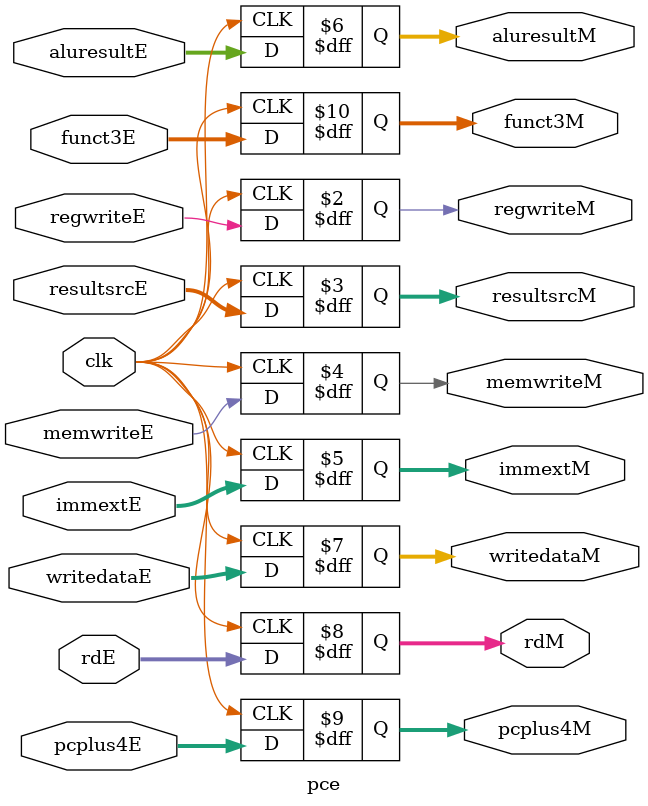
<source format=sv>
module pce #(
    parameter WIDTH = 32
)(

    input logic clk,
    // input logic rst,


    //Control
    input logic regwriteE,
    input logic [1:0] resultsrcE,
    input logic memwriteE,
    input logic [WIDTH-1:0] immextE,

    output logic regwriteM,
    output logic [1:0] resultsrcM,
    output logic memwriteM,
    output logic [WIDTH-1:0] immextM,


    //Data

    input logic [WIDTH - 1:0] aluresultE,
    input logic [WIDTH - 1:0] writedataE,
    input logic [4:0] rdE,
    input logic [WIDTH - 1:0] pcplus4E,
    input logic [2:0] funct3E,

    output logic [WIDTH - 1:0] aluresultM,
    output logic [WIDTH - 1:0] writedataM,
    output logic [4:0] rdM,
    output logic [WIDTH - 1:0] pcplus4M,
    output logic [2:0] funct3M

);

always_ff @(posedge clk) begin
    //Control
    regwriteM <= regwriteE;
    resultsrcM <= resultsrcE;
    memwriteM <= memwriteE;
    immextM <= immextE;

    //Data
    aluresultM <= aluresultE;
    writedataM <= writedataE;
    rdM <= rdE;
    pcplus4M <= pcplus4E;
    funct3M <= funct3E;
    
end

endmodule

</source>
